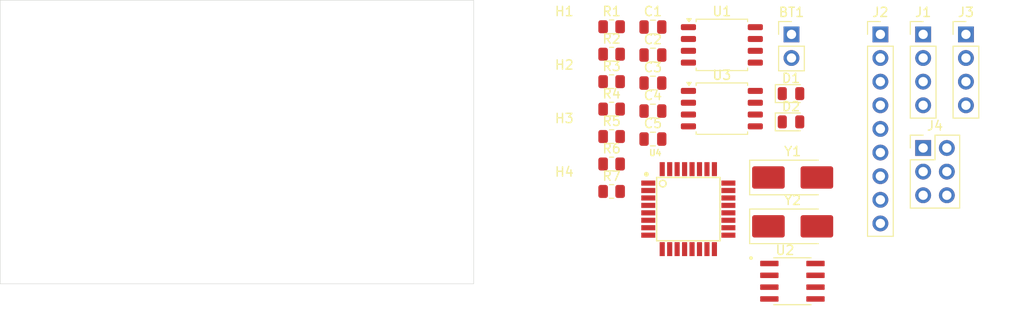
<source format=kicad_pcb>
(kicad_pcb (version 20241229) (generator "pcbnew") (generator_version "9.0")
  (title_block (title "${project_name}") (date "2025-06-08") (rev "1") (comment 1 "2-layer PCB version"))
  (layers (0 "F.Cu" mixed) (2 "B.Cu" mixed) (13 "F.Paste" user) (15 "B.Paste" user) (5 "F.SilkS" user "F.Silkscreen") (7 "B.SilkS" user "B.Silkscreen") (1 "F.Mask" user) (3 "B.Mask" user) (25 "Edge.Cuts" user))
  (property "project_name" "MCU Datalogger with memory and clock")
  (net 0 "")
  (net 1 "GND")
  (net 2 "Net-(BT1-+)")
  (net 3 "/Vcc")
  (net 4 "Net-(U4-PB6)")
  (net 5 "Net-(U4-PB7)")
  (net 6 "Net-(U4-AREF)")
  (net 7 "Net-(D1-K)")
  (net 8 "/SCK")
  (net 9 "Net-(D2-K)")
  (net 10 "/SDA")
  (net 11 "/D8")
  (net 12 "/D3")
  (net 13 "/D4")
  (net 14 "/D2")
  (net 15 "/D7")
  (net 16 "/D5")
  (net 17 "/D6")
  (net 18 "/TX")
  (net 19 "/RX")
  (net 20 "/MISO")
  (net 21 "/RESET")
  (net 22 "/MOSI")
  (net 23 "Net-(U2-~{INTA})")
  (net 24 "Net-(U2-SQW{slash}~INT)")
  (net 25 "Net-(U2-X2)")
  (net 26 "Net-(U2-X1)")
  (footprint "Resistor_SMD:R_0805_2012Metric" (layer "F.Cu") (at 103.705 71.35)
    (property "Reference" "R7" (at 0 -1.65 0) (layer "F.SilkS"))
    (property "Value" "330")
    (fp_line (start -0.227064 -0.735) (end 0.227064 -0.735) (stroke (width 0.12)) (layer "F.SilkS"))
    (fp_line (start -0.227064 0.735) (end 0.227064 0.735) (stroke (width 0.12)) (layer "F.SilkS"))
    (pad "1" smd roundrect (at -0.9125 0) (size 1.025 1.4) (layers "F.Cu" "F.Mask" "F.Paste") (roundrect_rratio 0.243902) (net 9 "Net-(D2-K)"))
    (pad "2" smd roundrect (at 0.9125 0) (size 1.025 1.4) (layers "F.Cu" "F.Mask" "F.Paste") (roundrect_rratio 0.243902) (net 1 "GND"))
  )
  (footprint "LED_SMD:LED_0805_2012Metric" (layer "F.Cu") (at 122.955 63.875)
    (property "Reference" "D2" (at 0 -1.65 0) (layer "F.SilkS"))
    (property "Value" "LED")
    (fp_line (start -1.685 -0.96) (end -1.685 0.96) (stroke (width 0.12)) (layer "F.SilkS"))
    (fp_line (start -1.685 0.96) (end 1 0.96) (stroke (width 0.12)) (layer "F.SilkS"))
    (fp_line (start 1 -0.96) (end -1.685 -0.96) (stroke (width 0.12)) (layer "F.SilkS"))
    (pad "1" smd roundrect (at -0.9375 0) (size 0.975 1.4) (layers "F.Cu" "F.Mask" "F.Paste") (net 9 "Net-(D2-K)"))
    (pad "2" smd roundrect (at 0.9375 0) (size 0.975 1.4) (layers "F.Cu" "F.Mask" "F.Paste") (net 2 "Net-(BT1-+)"))
  )
  (footprint "MountingHole:MountingHole_2.1mm" (layer "F.Cu") (at 98.625 72.3)
    (property "Reference" "H4" (at 0 -3.05 0) (layer "F.SilkS"))
    (property "Value" "MountingHole")
    (pad "" np_thru_hole circle (at 0 0) (size 2.1 2.1) (drill 2.1) (layers "*.Cu" "*.Mask"))
  )
  (footprint "Resistor_SMD:R_0805_2012Metric" (layer "F.Cu") (at 103.705 53.65)
    (property "Reference" "R1" (at 0 -1.65 0) (layer "F.SilkS"))
    (property "Value" "10K")
    (fp_line (start -0.227064 -0.735) (end 0.227064 -0.735) (stroke (width 0.12)) (layer "F.SilkS"))
    (fp_line (start -0.227064 0.735) (end 0.227064 0.735) (stroke (width 0.12)) (layer "F.SilkS"))
    (pad "1" smd roundrect (at -0.9125 0) (size 1.025 1.4) (layers "F.Cu" "F.Mask" "F.Paste") (roundrect_rratio 0.243902) (net 3 "/Vcc"))
    (pad "2" smd roundrect (at 0.9125 0) (size 1.025 1.4) (layers "F.Cu" "F.Mask" "F.Paste") (roundrect_rratio 0.243902) (net 23 "Net-(U2-~{INTA})"))
  )
  (footprint "MountingHole:MountingHole_2.1mm" (layer "F.Cu") (at 98.625 55.05)
    (property "Reference" "H1" (at 0 -3.05 0) (layer "F.SilkS"))
    (property "Value" "MountingHole")
    (pad "" np_thru_hole circle (at 0 0) (size 2.1 2.1) (drill 2.1) (layers "*.Cu" "*.Mask"))
  )
  (footprint "Connector_PinHeader_2.54mm:PinHeader_1x04_P2.54mm_Vertical" (layer "F.Cu") (at 141.725 54.47)
    (property "Reference" "J3" (at 0 -2.38 0) (layer "F.SilkS"))
    (property "Value" "Conn_01x04_Pin")
    (fp_line (start -1.38 -1.38) (end 0 -1.38) (stroke (width 0.12)) (layer "F.SilkS"))
    (fp_line (start -1.38 0) (end -1.38 -1.38) (stroke (width 0.12)) (layer "F.SilkS"))
    (fp_line (start -1.38 1.27) (end -1.38 9) (stroke (width 0.12)) (layer "F.SilkS"))
    (fp_line (start -1.38 1.27) (end 1.38 1.27) (stroke (width 0.12)) (layer "F.SilkS"))
    (fp_line (start -1.38 9) (end 1.38 9) (stroke (width 0.12)) (layer "F.SilkS"))
    (fp_line (start 1.38 1.27) (end 1.38 9) (stroke (width 0.12)) (layer "F.SilkS"))
    (pad "1" thru_hole rect (at 0 0) (size 1.7 1.7) (drill 1) (layers "*.Cu" "*.Mask") (net 1 "GND"))
    (pad "2" thru_hole circle (at 0 2.54) (size 1.7 1.7) (drill 1) (layers "*.Cu" "*.Mask") (net 3 "/Vcc"))
    (pad "3" thru_hole circle (at 0 5.08) (size 1.7 1.7) (drill 1) (layers "*.Cu" "*.Mask") (net 19 "/RX"))
    (pad "4" thru_hole circle (at 0 7.62) (size 1.7 1.7) (drill 1) (layers "*.Cu" "*.Mask") (net 18 "/TX"))
  )
  (footprint "Crystal:Crystal_SMD_5032-2Pin_5.0x3.2mm_HandSoldering" (layer "F.Cu") (at 123.13 69.85)
    (property "Reference" "Y1" (at 0 -2.8 0) (layer "F.SilkS"))
    (property "Value" "32.768KHz")
    (fp_line (start -4.61 -1.86) (end -4.61 1.86) (stroke (width 0.12)) (layer "F.SilkS"))
    (fp_line (start -4.61 1.86) (end 2.76 1.86) (stroke (width 0.12)) (layer "F.SilkS"))
    (fp_line (start 2.76 -1.86) (end -4.61 -1.86) (stroke (width 0.12)) (layer "F.SilkS"))
    (pad "1" smd roundrect (at -2.6 0) (size 3.5 2.4) (layers "F.Cu" "F.Mask" "F.Paste") (roundrect_rratio 0.104167) (net 25 "Net-(U2-X2)"))
    (pad "2" smd roundrect (at 2.6 0) (size 3.5 2.4) (layers "F.Cu" "F.Mask" "F.Paste") (roundrect_rratio 0.104167) (net 26 "Net-(U2-X1)"))
  )
  (footprint "Capacitor_SMD:C_0805_2012Metric" (layer "F.Cu") (at 108.135 62.71)
    (property "Reference" "C4" (at 0 -1.68 0) (layer "F.SilkS"))
    (property "Value" "0.1uF")
    (fp_line (start -0.261252 -0.735) (end 0.261252 -0.735) (stroke (width 0.12)) (layer "F.SilkS"))
    (fp_line (start -0.261252 0.735) (end 0.261252 0.735) (stroke (width 0.12)) (layer "F.SilkS"))
    (pad "1" smd roundrect (at -0.95 0) (size 1 1.45) (layers "F.Cu" "F.Mask" "F.Paste") (net 1 "GND"))
    (pad "2" smd roundrect (at 0.95 0) (size 1 1.45) (layers "F.Cu" "F.Mask" "F.Paste") (net 6 "Net-(U4-AREF)"))
  )
  (footprint "DS1337S:SOIC127P600X175-8N" (layer "F.Cu") (at 123.105 81)
    (property "Reference" "U2" (at -0.795 -3.332 0) (layer "F.SilkS"))
    (property "Value" "DS1337S")
    (fp_line (start -2 -2.52) (end 2 -2.52) (stroke (width 0.127)) (layer "F.SilkS"))
    (fp_line (start -2 2.52) (end 2 2.52) (stroke (width 0.127)) (layer "F.SilkS"))
    (fp_circle (center -4.445 -2.495) (end -4.345 -2.495) (stroke (width 0.2)) (fill no) (layer "F.SilkS"))
    (pad "1" smd roundrect (at -2.475 -1.905) (size 1.97 0.59) (layers "F.Cu" "F.Mask" "F.Paste") (roundrect_rratio 0.125) (net 26 "Net-(U2-X1)"))
    (pad "2" smd roundrect (at -2.475 -0.635) (size 1.97 0.59) (layers "F.Cu" "F.Mask" "F.Paste") (roundrect_rratio 0.125) (net 25 "Net-(U2-X2)"))
    (pad "3" smd roundrect (at -2.475 0.635) (size 1.97 0.59) (layers "F.Cu" "F.Mask" "F.Paste") (roundrect_rratio 0.125) (net 23 "Net-(U2-~{INTA})"))
    (pad "4" smd roundrect (at -2.475 1.905) (size 1.97 0.59) (layers "F.Cu" "F.Mask" "F.Paste") (roundrect_rratio 0.125) (net 1 "GND"))
    (pad "5" smd roundrect (at 2.475 1.905) (size 1.97 0.59) (layers "F.Cu" "F.Mask" "F.Paste") (roundrect_rratio 0.125) (net 10 "/SDA"))
    (pad "6" smd roundrect (at 2.475 0.635) (size 1.97 0.59) (layers "F.Cu" "F.Mask" "F.Paste") (roundrect_rratio 0.125) (net 8 "/SCK"))
    (pad "7" smd roundrect (at 2.475 -0.635) (size 1.97 0.59) (layers "F.Cu" "F.Mask" "F.Paste") (roundrect_rratio 0.125) (net 24 "Net-(U2-SQW{slash}~INT)"))
    (pad "8" smd roundrect (at 2.475 -1.905) (size 1.97 0.59) (layers "F.Cu" "F.Mask" "F.Paste") (roundrect_rratio 0.125) (net 3 "/Vcc"))
  )
  (footprint "Resistor_SMD:R_0805_2012Metric" (layer "F.Cu") (at 103.705 62.5)
    (property "Reference" "R4" (at 0 -1.65 0) (layer "F.SilkS"))
    (property "Value" "4.7K")
    (fp_line (start -0.227064 -0.735) (end 0.227064 -0.735) (stroke (width 0.12)) (layer "F.SilkS"))
    (fp_line (start -0.227064 0.735) (end 0.227064 0.735) (stroke (width 0.12)) (layer "F.SilkS"))
    (pad "1" smd roundrect (at -0.9125 0) (size 1.025 1.4) (layers "F.Cu" "F.Mask" "F.Paste") (roundrect_rratio 0.243902) (net 3 "/Vcc"))
    (pad "2" smd roundrect (at 0.9125 0) (size 1.025 1.4) (layers "F.Cu" "F.Mask" "F.Paste") (roundrect_rratio 0.243902) (net 10 "/SDA"))
  )
  (footprint "LED_SMD:LED_0805_2012Metric" (layer "F.Cu") (at 122.955 60.835)
    (property "Reference" "D1" (at 0 -1.65 0) (layer "F.SilkS"))
    (property "Value" "LED")
    (fp_line (start -1.685 -0.96) (end -1.685 0.96) (stroke (width 0.12)) (layer "F.SilkS"))
    (fp_line (start -1.685 0.96) (end 1 0.96) (stroke (width 0.12)) (layer "F.SilkS"))
    (fp_line (start 1 -0.96) (end -1.685 -0.96) (stroke (width 0.12)) (layer "F.SilkS"))
    (pad "1" smd roundrect (at -0.9375 0) (size 0.975 1.4) (layers "F.Cu" "F.Mask" "F.Paste") (net 7 "Net-(D1-K)"))
    (pad "2" smd roundrect (at 0.9375 0) (size 0.975 1.4) (layers "F.Cu" "F.Mask" "F.Paste") (net 8 "/SCK"))
  )
  (footprint "Resistor_SMD:R_0805_2012Metric" (layer "F.Cu") (at 103.705 59.55)
    (property "Reference" "R3" (at 0 -1.65 0) (layer "F.SilkS"))
    (property "Value" "4.7K")
    (fp_line (start -0.227064 -0.735) (end 0.227064 -0.735) (stroke (width 0.12)) (layer "F.SilkS"))
    (fp_line (start -0.227064 0.735) (end 0.227064 0.735) (stroke (width 0.12)) (layer "F.SilkS"))
    (pad "1" smd roundrect (at -0.9125 0) (size 1.025 1.4) (layers "F.Cu" "F.Mask" "F.Paste") (roundrect_rratio 0.243902) (net 3 "/Vcc"))
    (pad "2" smd roundrect (at 0.9125 0) (size 1.025 1.4) (layers "F.Cu" "F.Mask" "F.Paste") (roundrect_rratio 0.243902) (net 8 "/SCK"))
  )
  (footprint "Connector_PinHeader_2.54mm:PinHeader_1x09_P2.54mm_Vertical" (layer "F.Cu") (at 132.545 54.47)
    (property "Reference" "J2" (at 0 -2.38 0) (layer "F.SilkS"))
    (property "Value" "Conn_01x09_Pin")
    (fp_line (start -1.38 -1.38) (end 0 -1.38) (stroke (width 0.12)) (layer "F.SilkS"))
    (fp_line (start -1.38 0) (end -1.38 -1.38) (stroke (width 0.12)) (layer "F.SilkS"))
    (fp_line (start -1.38 1.27) (end -1.38 21.7) (stroke (width 0.12)) (layer "F.SilkS"))
    (fp_line (start -1.38 1.27) (end 1.38 1.27) (stroke (width 0.12)) (layer "F.SilkS"))
    (fp_line (start -1.38 21.7) (end 1.38 21.7) (stroke (width 0.12)) (layer "F.SilkS"))
    (fp_line (start 1.38 1.27) (end 1.38 21.7) (stroke (width 0.12)) (layer "F.SilkS"))
    (pad "1" thru_hole rect (at 0 0) (size 1.7 1.7) (drill 1) (layers "*.Cu" "*.Mask") (net 14 "/D2"))
    (pad "2" thru_hole circle (at 0 2.54) (size 1.7 1.7) (drill 1) (layers "*.Cu" "*.Mask") (net 12 "/D3"))
    (pad "3" thru_hole circle (at 0 5.08) (size 1.7 1.7) (drill 1) (layers "*.Cu" "*.Mask") (net 13 "/D4"))
    (pad "4" thru_hole circle (at 0 7.62) (size 1.7 1.7) (drill 1) (layers "*.Cu" "*.Mask") (net 16 "/D5"))
    (pad "5" thru_hole circle (at 0 10.16) (size 1.7 1.7) (drill 1) (layers "*.Cu" "*.Mask") (net 17 "/D6"))
    (pad "6" thru_hole circle (at 0 12.7) (size 1.7 1.7) (drill 1) (layers "*.Cu" "*.Mask") (net 15 "/D7"))
    (pad "7" thru_hole circle (at 0 15.24) (size 1.7 1.7) (drill 1) (layers "*.Cu" "*.Mask") (net 11 "/D8"))
    (pad "8" thru_hole circle (at 0 17.78) (size 1.7 1.7) (drill 1) (layers "*.Cu" "*.Mask") (net 1 "GND"))
    (pad "9" thru_hole circle (at 0 20.32) (size 1.7 1.7) (drill 1) (layers "*.Cu" "*.Mask") (net 3 "/Vcc"))
  )
  (footprint "Capacitor_SMD:C_0805_2012Metric" (layer "F.Cu") (at 108.135 65.72)
    (property "Reference" "C5" (at 0 -1.68 0) (layer "F.SilkS"))
    (property "Value" "100nF")
    (fp_line (start -0.261252 -0.735) (end 0.261252 -0.735) (stroke (width 0.12)) (layer "F.SilkS"))
    (fp_line (start -0.261252 0.735) (end 0.261252 0.735) (stroke (width 0.12)) (layer "F.SilkS"))
    (pad "1" smd roundrect (at -0.95 0) (size 1 1.45) (layers "F.Cu" "F.Mask" "F.Paste") (net 2 "Net-(BT1-+)"))
    (pad "2" smd roundrect (at 0.95 0) (size 1 1.45) (layers "F.Cu" "F.Mask" "F.Paste") (net 1 "GND"))
  )
  (footprint "MountingHole:MountingHole_2.1mm" (layer "F.Cu") (at 98.625 66.55)
    (property "Reference" "H3" (at 0 -3.05 0) (layer "F.SilkS"))
    (property "Value" "MountingHole")
    (pad "" np_thru_hole circle (at 0 0) (size 2.1 2.1) (drill 2.1) (layers "*.Cu" "*.Mask"))
  )
  (footprint "ATMEGA328-AU:QFP80P900X900X120-32N" (layer "F.Cu") (at 111.935 73.25)
    (property "Reference" "U4" (at -3.545823 -6.04212 0) (layer "F.SilkS") (effects (font (size 0.641669 0.641669))))
    (property "Value" "ATMEGA328-AU")
    (fp_line (start -3.4 -3.4) (end 3.4 -3.4) (stroke (width 0.1524)) (layer "F.SilkS"))
    (fp_line (start -3.4 3.4) (end -3.4 -3.4) (stroke (width 0.1524)) (layer "F.SilkS"))
    (fp_line (start 3.4 -3.4) (end 3.4 3.4) (stroke (width 0.1524)) (layer "F.SilkS"))
    (fp_line (start 3.4 3.4) (end -3.4 3.4) (stroke (width 0.1524)) (layer "F.SilkS"))
    (fp_circle (center -4.5 -3.75) (end -4.246 -3.75) (fill yes) (layer "F.SilkS"))
    (fp_circle (center -2.7432 -2.7432) (end -2.384 -2.7432) (stroke (width 0.1524)) (fill no) (layer "F.SilkS"))
    (pad "1" smd rect (at -4.3 -2.8) (size 1.5 0.55) (layers "F.Cu" "F.Mask" "F.Paste") (net 12 "/D3"))
    (pad "2" smd rect (at -4.3 -2) (size 1.5 0.55) (layers "F.Cu" "F.Mask" "F.Paste") (net 13 "/D4"))
    (pad "3" smd rect (at -4.3 -1.2) (size 1.5 0.55) (layers "F.Cu" "F.Mask" "F.Paste") (net 1 "GND"))
    (pad "4" smd rect (at -4.3 -0.4) (size 1.5 0.55) (layers "F.Cu" "F.Mask" "F.Paste") (net 2 "Net-(BT1-+)"))
    (pad "5" smd rect (at -4.3 0.4) (size 1.5 0.55) (layers "F.Cu" "F.Mask" "F.Paste") (net 1 "GND"))
    (pad "6" smd rect (at -4.3 1.2) (size 1.5 0.55) (layers "F.Cu" "F.Mask" "F.Paste") (net 2 "Net-(BT1-+)"))
    (pad "7" smd rect (at -4.3 2) (size 1.5 0.55) (layers "F.Cu" "F.Mask" "F.Paste") (net 4 "Net-(U4-PB6)"))
    (pad "8" smd rect (at -4.3 2.8) (size 1.5 0.55) (layers "F.Cu" "F.Mask" "F.Paste") (net 5 "Net-(U4-PB7)"))
    (pad "9" smd rect (at -2.8 4.3) (size 0.55 1.5) (layers "F.Cu" "F.Mask" "F.Paste") (net 16 "/D5"))
    (pad "10" smd rect (at -2 4.3) (size 0.55 1.5) (layers "F.Cu" "F.Mask" "F.Paste") (net 17 "/D6"))
    (pad "11" smd rect (at -1.2 4.3) (size 0.55 1.5) (layers "F.Cu" "F.Mask" "F.Paste") (net 15 "/D7"))
    (pad "12" smd rect (at -0.4 4.3) (size 0.55 1.5) (layers "F.Cu" "F.Mask" "F.Paste") (net 11 "/D8"))
    (pad "13" smd rect (at 0.4 4.3) (size 0.55 1.5) (layers "F.Cu" "F.Mask" "F.Paste"))
    (pad "14" smd rect (at 1.2 4.3) (size 0.55 1.5) (layers "F.Cu" "F.Mask" "F.Paste"))
    (pad "15" smd rect (at 2 4.3) (size 0.55 1.5) (layers "F.Cu" "F.Mask" "F.Paste") (net 22 "/MOSI"))
    (pad "16" smd rect (at 2.8 4.3) (size 0.55 1.5) (layers "F.Cu" "F.Mask" "F.Paste") (net 20 "/MISO"))
    (pad "17" smd rect (at 4.3 2.8) (size 1.5 0.55) (layers "F.Cu" "F.Mask" "F.Paste") (net 8 "/SCK"))
    (pad "18" smd rect (at 4.3 2) (size 1.5 0.55) (layers "F.Cu" "F.Mask" "F.Paste") (net 2 "Net-(BT1-+)"))
    (pad "19" smd rect (at 4.3 1.2) (size 1.5 0.55) (layers "F.Cu" "F.Mask" "F.Paste"))
    (pad "20" smd rect (at 4.3 0.4) (size 1.5 0.55) (layers "F.Cu" "F.Mask" "F.Paste") (net 6 "Net-(U4-AREF)"))
    (pad "21" smd rect (at 4.3 -0.4) (size 1.5 0.55) (layers "F.Cu" "F.Mask" "F.Paste") (net 1 "GND"))
    (pad "22" smd rect (at 4.3 -1.2) (size 1.5 0.55) (layers "F.Cu" "F.Mask" "F.Paste"))
    (pad "23" smd rect (at 4.3 -2) (size 1.5 0.55) (layers "F.Cu" "F.Mask" "F.Paste"))
    (pad "24" smd rect (at 4.3 -2.8) (size 1.5 0.55) (layers "F.Cu" "F.Mask" "F.Paste"))
    (pad "25" smd rect (at 2.8 -4.3) (size 0.55 1.5) (layers "F.Cu" "F.Mask" "F.Paste"))
    (pad "26" smd rect (at 2 -4.3) (size 0.55 1.5) (layers "F.Cu" "F.Mask" "F.Paste"))
    (pad "27" smd rect (at 1.2 -4.3) (size 0.55 1.5) (layers "F.Cu" "F.Mask" "F.Paste") (net 10 "/SDA"))
    (pad "28" smd rect (at 0.4 -4.3) (size 0.55 1.5) (layers "F.Cu" "F.Mask" "F.Paste") (net 8 "/SCK"))
    (pad "29" smd rect (at -0.4 -4.3) (size 0.55 1.5) (layers "F.Cu" "F.Mask" "F.Paste") (net 21 "/RESET"))
    (pad "30" smd rect (at -1.2 -4.3) (size 0.55 1.5) (layers "F.Cu" "F.Mask" "F.Paste") (net 19 "/RX"))
    (pad "31" smd rect (at -2 -4.3) (size 0.55 1.5) (layers "F.Cu" "F.Mask" "F.Paste") (net 18 "/TX"))
    (pad "32" smd rect (at -2.8 -4.3) (size 0.55 1.5) (layers "F.Cu" "F.Mask" "F.Paste") (net 14 "/D2"))
  )
  (footprint "Capacitor_SMD:C_0805_2012Metric" (layer "F.Cu") (at 108.135 59.7)
    (property "Reference" "C3" (at 0 -1.68 0) (layer "F.SilkS"))
    (property "Value" "22pF")
    (fp_line (start -0.261252 -0.735) (end 0.261252 -0.735) (stroke (width 0.12)) (layer "F.SilkS"))
    (fp_line (start -0.261252 0.735) (end 0.261252 0.735) (stroke (width 0.12)) (layer "F.SilkS"))
    (pad "1" smd roundrect (at -0.95 0) (size 1 1.45) (layers "F.Cu" "F.Mask" "F.Paste") (net 5 "Net-(U4-PB7)"))
    (pad "2" smd roundrect (at 0.95 0) (size 1 1.45) (layers "F.Cu" "F.Mask" "F.Paste") (net 1 "GND"))
  )
  (footprint "Resistor_SMD:R_0805_2012Metric" (layer "F.Cu") (at 103.705 56.6)
    (property "Reference" "R2" (at 0 -1.65 0) (layer "F.SilkS"))
    (property "Value" "10K")
    (fp_line (start -0.227064 -0.735) (end 0.227064 -0.735) (stroke (width 0.12)) (layer "F.SilkS"))
    (fp_line (start -0.227064 0.735) (end 0.227064 0.735) (stroke (width 0.12)) (layer "F.SilkS"))
    (pad "1" smd roundrect (at -0.9125 0) (size 1.025 1.4) (layers "F.Cu" "F.Mask" "F.Paste") (roundrect_rratio 0.243902) (net 3 "/Vcc"))
    (pad "2" smd roundrect (at 0.9125 0) (size 1.025 1.4) (layers "F.Cu" "F.Mask" "F.Paste") (roundrect_rratio 0.243902) (net 24 "Net-(U2-SQW{slash}~INT)"))
  )
  (footprint "Resistor_SMD:R_0805_2012Metric" (layer "F.Cu") (at 103.705 68.4)
    (property "Reference" "R6" (at 0 -1.65 0) (layer "F.SilkS"))
    (property "Value" "10K")
    (fp_line (start -0.227064 -0.735) (end 0.227064 -0.735) (stroke (width 0.12)) (layer "F.SilkS"))
    (fp_line (start -0.227064 0.735) (end 0.227064 0.735) (stroke (width 0.12)) (layer "F.SilkS"))
    (pad "1" smd roundrect (at -0.9125 0) (size 1.025 1.4) (layers "F.Cu" "F.Mask" "F.Paste") (roundrect_rratio 0.243902) (net 21 "/RESET"))
    (pad "2" smd roundrect (at 0.9125 0) (size 1.025 1.4) (layers "F.Cu" "F.Mask" "F.Paste") (roundrect_rratio 0.243902) (net 3 "/Vcc"))
  )
  (footprint "Capacitor_SMD:C_0805_2012Metric" (layer "F.Cu") (at 108.135 56.69)
    (property "Reference" "C2" (at 0 -1.68 0) (layer "F.SilkS"))
    (property "Value" "22pF")
    (fp_line (start -0.261252 -0.735) (end 0.261252 -0.735) (stroke (width 0.12)) (layer "F.SilkS"))
    (fp_line (start -0.261252 0.735) (end 0.261252 0.735) (stroke (width 0.12)) (layer "F.SilkS"))
    (pad "1" smd roundrect (at -0.95 0) (size 1 1.45) (layers "F.Cu" "F.Mask" "F.Paste") (net 1 "GND"))
    (pad "2" smd roundrect (at 0.95 0) (size 1 1.45) (layers "F.Cu" "F.Mask" "F.Paste") (net 4 "Net-(U4-PB6)"))
  )
  (footprint "Resistor_SMD:R_0805_2012Metric" (layer "F.Cu") (at 103.705 65.45)
    (property "Reference" "R5" (at 0 -1.65 0) (layer "F.SilkS"))
    (property "Value" "330")
    (fp_line (start -0.227064 -0.735) (end 0.227064 -0.735) (stroke (width 0.12)) (layer "F.SilkS"))
    (fp_line (start -0.227064 0.735) (end 0.227064 0.735) (stroke (width 0.12)) (layer "F.SilkS"))
    (pad "1" smd roundrect (at -0.9125 0) (size 1.025 1.4) (layers "F.Cu" "F.Mask" "F.Paste") (roundrect_rratio 0.243902) (net 1 "GND"))
    (pad "2" smd roundrect (at 0.9125 0) (size 1.025 1.4) (layers "F.Cu" "F.Mask" "F.Paste") (roundrect_rratio 0.243902) (net 7 "Net-(D1-K)"))
  )
  (footprint "Connector_PinHeader_2.54mm:PinHeader_1x04_P2.54mm_Vertical" (layer "F.Cu") (at 137.135 54.47)
    (property "Reference" "J1" (at 0 -2.38 0) (layer "F.SilkS"))
    (property "Value" "Conn_01x04_Pin")
    (fp_line (start -1.38 -1.38) (end 0 -1.38) (stroke (width 0.12)) (layer "F.SilkS"))
    (fp_line (start -1.38 0) (end -1.38 -1.38) (stroke (width 0.12)) (layer "F.SilkS"))
    (fp_line (start -1.38 1.27) (end -1.38 9) (stroke (width 0.12)) (layer "F.SilkS"))
    (fp_line (start -1.38 1.27) (end 1.38 1.27) (stroke (width 0.12)) (layer "F.SilkS"))
    (fp_line (start -1.38 9) (end 1.38 9) (stroke (width 0.12)) (layer "F.SilkS"))
    (fp_line (start 1.38 1.27) (end 1.38 9) (stroke (width 0.12)) (layer "F.SilkS"))
    (pad "1" thru_hole rect (at 0 0) (size 1.7 1.7) (drill 1) (layers "*.Cu" "*.Mask") (net 1 "GND"))
    (pad "2" thru_hole circle (at 0 2.54) (size 1.7 1.7) (drill 1) (layers "*.Cu" "*.Mask") (net 3 "/Vcc"))
    (pad "3" thru_hole circle (at 0 5.08) (size 1.7 1.7) (drill 1) (layers "*.Cu" "*.Mask") (net 10 "/SDA"))
    (pad "4" thru_hole circle (at 0 7.62) (size 1.7 1.7) (drill 1) (layers "*.Cu" "*.Mask") (net 8 "/SCK"))
  )
  (footprint "MountingHole:MountingHole_2.1mm" (layer "F.Cu") (at 98.625 60.8)
    (property "Reference" "H2" (at 0 -3.05 0) (layer "F.SilkS"))
    (property "Value" "MountingHole")
    (pad "" np_thru_hole circle (at 0 0) (size 2.1 2.1) (drill 2.1) (layers "*.Cu" "*.Mask"))
  )
  (footprint "Capacitor_SMD:C_0805_2012Metric" (layer "F.Cu") (at 108.135 53.68)
    (property "Reference" "C1" (at 0 -1.68 0) (layer "F.SilkS"))
    (property "Value" "0.1uF")
    (fp_line (start -0.261252 -0.735) (end 0.261252 -0.735) (stroke (width 0.12)) (layer "F.SilkS"))
    (fp_line (start -0.261252 0.735) (end 0.261252 0.735) (stroke (width 0.12)) (layer "F.SilkS"))
    (pad "1" smd roundrect (at -0.95 0) (size 1 1.45) (layers "F.Cu" "F.Mask" "F.Paste") (net 3 "/Vcc"))
    (pad "2" smd roundrect (at 0.95 0) (size 1 1.45) (layers "F.Cu" "F.Mask" "F.Paste") (net 1 "GND"))
  )
  (footprint "Package_SO:SOIC-8_5.3x5.3mm_P1.27mm" (layer "F.Cu") (at 115.535 62.45)
    (property "Reference" "U3" (at 0 -3.6 0) (layer "F.SilkS"))
    (property "Value" "24LC1025")
    (fp_line (start -2.76 -2.76) (end -2.76 -2.49) (stroke (width 0.12)) (layer "F.SilkS"))
    (fp_line (start -2.76 2.76) (end -2.76 2.49) (stroke (width 0.12)) (layer "F.SilkS"))
    (fp_line (start 0 -2.76) (end -2.76 -2.76) (stroke (width 0.12)) (layer "F.SilkS"))
    (fp_line (start 0 -2.76) (end 2.76 -2.76) (stroke (width 0.12)) (layer "F.SilkS"))
    (fp_line (start 0 2.76) (end -2.76 2.76) (stroke (width 0.12)) (layer "F.SilkS"))
    (fp_line (start 0 2.76) (end 2.76 2.76) (stroke (width 0.12)) (layer "F.SilkS"))
    (fp_line (start 2.76 -2.76) (end 2.76 -2.49) (stroke (width 0.12)) (layer "F.SilkS"))
    (fp_line (start 2.76 2.76) (end 2.76 2.49) (stroke (width 0.12)) (layer "F.SilkS"))
    (fp_poly (pts (xy -3.525 -2.49) (xy -3.765 -2.82) (xy -3.285 -2.82)) (stroke (width 0.12)) (fill yes) (layer "F.SilkS"))
    (pad "1" smd roundrect (at -3.5875 -1.905) (size 1.625 0.65) (layers "F.Cu" "F.Mask" "F.Paste") (net 3 "/Vcc"))
    (pad "2" smd roundrect (at -3.5875 -0.635) (size 1.625 0.65) (layers "F.Cu" "F.Mask" "F.Paste") (net 1 "GND"))
    (pad "3" smd roundrect (at -3.5875 0.635) (size 1.625 0.65) (layers "F.Cu" "F.Mask" "F.Paste") (net 3 "/Vcc"))
    (pad "4" smd roundrect (at -3.5875 1.905) (size 1.625 0.65) (layers "F.Cu" "F.Mask" "F.Paste") (net 1 "GND"))
    (pad "5" smd roundrect (at 3.5875 1.905) (size 1.625 0.65) (layers "F.Cu" "F.Mask" "F.Paste") (net 10 "/SDA"))
    (pad "6" smd roundrect (at 3.5875 0.635) (size 1.625 0.65) (layers "F.Cu" "F.Mask" "F.Paste") (net 8 "/SCK"))
    (pad "7" smd roundrect (at 3.5875 -0.635) (size 1.625 0.65) (layers "F.Cu" "F.Mask" "F.Paste") (net 1 "GND"))
    (pad "8" smd roundrect (at 3.5875 -1.905) (size 1.625 0.65) (layers "F.Cu" "F.Mask" "F.Paste") (net 3 "/Vcc"))
  )
  (footprint "Crystal:Crystal_SMD_5032-2Pin_5.0x3.2mm_HandSoldering" (layer "F.Cu") (at 123.13 75.1)
    (property "Reference" "Y2" (at 0 -2.8 0) (layer "F.SilkS"))
    (property "Value" "16MHz")
    (fp_line (start -4.61 -1.86) (end -4.61 1.86) (stroke (width 0.12)) (layer "F.SilkS"))
    (fp_line (start -4.61 1.86) (end 2.76 1.86) (stroke (width 0.12)) (layer "F.SilkS"))
    (fp_line (start 2.76 -1.86) (end -4.61 -1.86) (stroke (width 0.12)) (layer "F.SilkS"))
    (pad "1" smd roundrect (at -2.6 0) (size 3.5 2.4) (layers "F.Cu" "F.Mask" "F.Paste") (roundrect_rratio 0.104167) (net 4 "Net-(U4-PB6)"))
    (pad "2" smd roundrect (at 2.6 0) (size 3.5 2.4) (layers "F.Cu" "F.Mask" "F.Paste") (roundrect_rratio 0.104167) (net 5 "Net-(U4-PB7)"))
  )
  (footprint "Package_SO:SOIC-8_5.3x5.3mm_P1.27mm" (layer "F.Cu") (at 115.535 55.6)
    (property "Reference" "U1" (at 0 -3.6 0) (layer "F.SilkS"))
    (property "Value" "24LC1025")
    (fp_line (start -2.76 -2.76) (end -2.76 -2.49) (stroke (width 0.12)) (layer "F.SilkS"))
    (fp_line (start -2.76 2.76) (end -2.76 2.49) (stroke (width 0.12)) (layer "F.SilkS"))
    (fp_line (start 0 -2.76) (end -2.76 -2.76) (stroke (width 0.12)) (layer "F.SilkS"))
    (fp_line (start 0 -2.76) (end 2.76 -2.76) (stroke (width 0.12)) (layer "F.SilkS"))
    (fp_line (start 0 2.76) (end -2.76 2.76) (stroke (width 0.12)) (layer "F.SilkS"))
    (fp_line (start 0 2.76) (end 2.76 2.76) (stroke (width 0.12)) (layer "F.SilkS"))
    (fp_line (start 2.76 -2.76) (end 2.76 -2.49) (stroke (width 0.12)) (layer "F.SilkS"))
    (fp_line (start 2.76 2.76) (end 2.76 2.49) (stroke (width 0.12)) (layer "F.SilkS"))
    (fp_poly (pts (xy -3.525 -2.49) (xy -3.765 -2.82) (xy -3.285 -2.82)) (stroke (width 0.12)) (fill yes) (layer "F.SilkS"))
    (pad "1" smd roundrect (at -3.5875 -1.905) (size 1.625 0.65) (layers "F.Cu" "F.Mask" "F.Paste") (net 3 "/Vcc"))
    (pad "2" smd roundrect (at -3.5875 -0.635) (size 1.625 0.65) (layers "F.Cu" "F.Mask" "F.Paste") (net 3 "/Vcc"))
    (pad "3" smd roundrect (at -3.5875 0.635) (size 1.625 0.65) (layers "F.Cu" "F.Mask" "F.Paste") (net 3 "/Vcc"))
    (pad "4" smd roundrect (at -3.5875 1.905) (size 1.625 0.65) (layers "F.Cu" "F.Mask" "F.Paste") (net 1 "GND"))
    (pad "5" smd roundrect (at 3.5875 1.905) (size 1.625 0.65) (layers "F.Cu" "F.Mask" "F.Paste") (net 10 "/SDA"))
    (pad "6" smd roundrect (at 3.5875 0.635) (size 1.625 0.65) (layers "F.Cu" "F.Mask" "F.Paste") (net 8 "/SCK"))
    (pad "7" smd roundrect (at 3.5875 -0.635) (size 1.625 0.65) (layers "F.Cu" "F.Mask" "F.Paste") (net 1 "GND"))
    (pad "8" smd roundrect (at 3.5875 -1.905) (size 1.625 0.65) (layers "F.Cu" "F.Mask" "F.Paste") (net 3 "/Vcc"))
  )
  (footprint "Connector_PinHeader_2.54mm:PinHeader_1x02_P2.54mm_Vertical" (layer "F.Cu") (at 123.005 54.47)
    (property "Reference" "BT1" (at 0 -2.38 0) (layer "F.SilkS"))
    (property "Value" "Battery")
    (fp_line (start -1.38 -1.38) (end 0 -1.38) (stroke (width 0.12)) (layer "F.SilkS"))
    (fp_line (start -1.38 0) (end -1.38 -1.38) (stroke (width 0.12)) (layer "F.SilkS"))
    (fp_line (start -1.38 1.27) (end -1.38 3.92) (stroke (width 0.12)) (layer "F.SilkS"))
    (fp_line (start -1.38 1.27) (end 1.38 1.27) (stroke (width 0.12)) (layer "F.SilkS"))
    (fp_line (start -1.38 3.92) (end 1.38 3.92) (stroke (width 0.12)) (layer "F.SilkS"))
    (fp_line (start 1.38 1.27) (end 1.38 3.92) (stroke (width 0.12)) (layer "F.SilkS"))
    (pad "1" thru_hole rect (at 0 0) (size 1.7 1.7) (drill 1) (layers "*.Cu" "*.Mask") (net 2 "Net-(BT1-+)"))
    (pad "2" thru_hole circle (at 0 2.54) (size 1.7 1.7) (drill 1) (layers "*.Cu" "*.Mask") (net 1 "GND"))
  )
  (footprint "Connector_PinHeader_2.54mm:PinHeader_2x03_P2.54mm_Vertical" (layer "F.Cu") (at 137.135 66.68)
    (property "Reference" "J4" (at 1.27 -2.38 0) (layer "F.SilkS"))
    (property "Value" "Conn_02x03_Odd_Even")
    (fp_line (start -1.38 -1.38) (end 0 -1.38) (stroke (width 0.12)) (layer "F.SilkS"))
    (fp_line (start -1.38 0) (end -1.38 -1.38) (stroke (width 0.12)) (layer "F.SilkS"))
    (fp_line (start -1.38 1.27) (end -1.38 6.46) (stroke (width 0.12)) (layer "F.SilkS"))
    (fp_line (start -1.38 1.27) (end 1.27 1.27) (stroke (width 0.12)) (layer "F.SilkS"))
    (fp_line (start -1.38 6.46) (end 3.92 6.46) (stroke (width 0.12)) (layer "F.SilkS"))
    (fp_line (start 1.27 -1.38) (end 3.92 -1.38) (stroke (width 0.12)) (layer "F.SilkS"))
    (fp_line (start 1.27 1.27) (end 1.27 -1.38) (stroke (width 0.12)) (layer "F.SilkS"))
    (fp_line (start 3.92 -1.38) (end 3.92 6.46) (stroke (width 0.12)) (layer "F.SilkS"))
    (pad "1" thru_hole rect (at 0 0) (size 1.7 1.7) (drill 1) (layers "*.Cu" "*.Mask") (net 20 "/MISO"))
    (pad "2" thru_hole circle (at 2.54 0) (size 1.7 1.7) (drill 1) (layers "*.Cu" "*.Mask") (net 3 "/Vcc"))
    (pad "3" thru_hole circle (at 0 2.54) (size 1.7 1.7) (drill 1) (layers "*.Cu" "*.Mask") (net 8 "/SCK"))
    (pad "4" thru_hole circle (at 2.54 2.54) (size 1.7 1.7) (drill 1) (layers "*.Cu" "*.Mask") (net 22 "/MOSI"))
    (pad "5" thru_hole circle (at 0 5.08) (size 1.7 1.7) (drill 1) (layers "*.Cu" "*.Mask") (net 21 "/RESET"))
    (pad "6" thru_hole circle (at 2.54 5.08) (size 1.7 1.7) (drill 1) (layers "*.Cu" "*.Mask") (net 1 "GND"))
  )
  (gr_rect (start 38.1 50.8) (end 88.9 81.28) (stroke (width 0.05)) (fill no) (layer "Edge.Cuts"))
)
</source>
